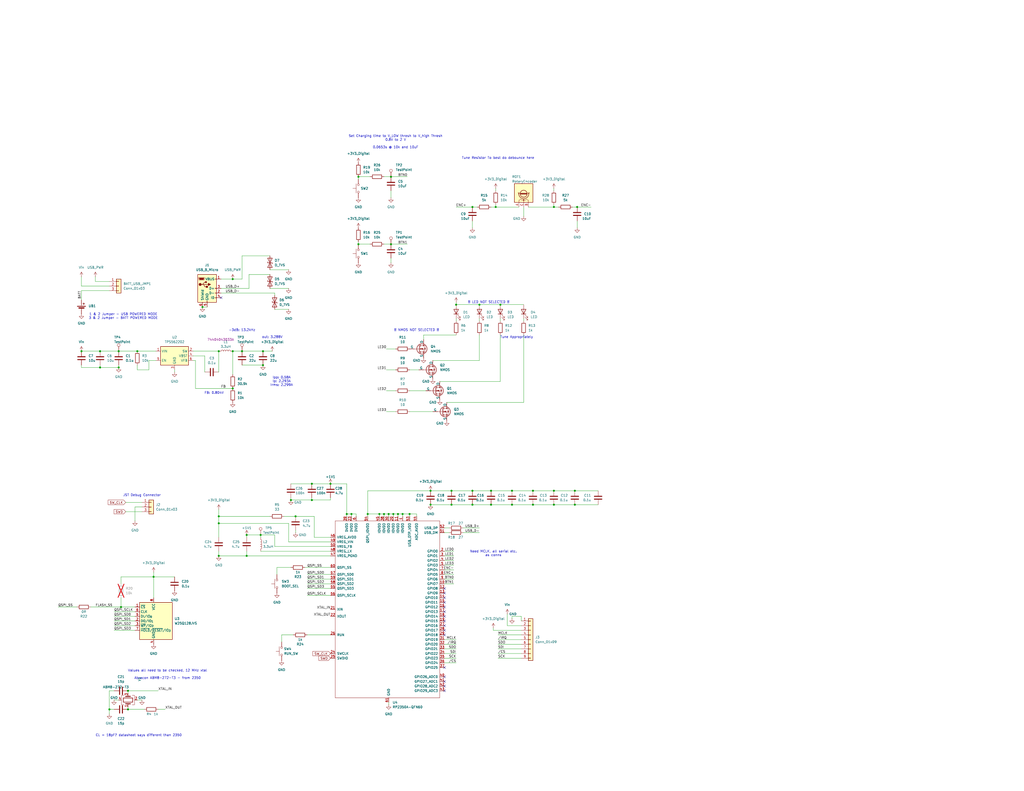
<source format=kicad_sch>
(kicad_sch (version 20250114) (generator "eeschema") (generator_version "9.0")
  (paper "C")
  (text "!! NMOS NOT SELECTED !!" (at 227.33 180.34 0) (effects (font (size 1.27 1.27))))
  (text "-3dB: 13.2kHz" (at 132.08 180.34 0) (effects (font (size 1.27 1.27))))
  (text "Tune Appropriately\n" (at 281.94 184.15 0) (effects (font (size 1.27 1.27))))
  (text "out: 3.288V" (at 148.59 184.15 0) (effects (font (size 1.27 1.27))))
  (text "Set Charging time to V_LOW thresh to V_high Thresh\n0.8V to 2 V\n\n0.0653s @ 10k and 10uF" (at 215.9 77.47 0) (effects (font (size 1.27 1.27))))
  (text "CL = 18pF? datasheet says different than 2350\n" (at 75.692 401.574 0) (effects (font (size 1.27 1.27))))
  (text "Values all need to be checked, 12 MHz xtal\n\nAbracon ABM8-272-T3 - from 2350" (at 91.44 368.3 0) (effects (font (size 1.27 1.27))))
  (text "FB: 0.804V" (at 116.84 214.63 0) (effects (font (size 1.27 1.27))))
  (text "Ipp: 0.58A\nIp: 2.293A\nIrms: 2.299A" (at 153.67 208.28 0) (effects (font (size 1.27 1.27))))
  (text "1 & 2 Jumper - USB POWERED MODE\n3 & 2 Jumper - BATT POWERED MODE" (at 67.31 172.72 0) (effects (font (size 1.27 1.27))))
  (text "Tune Resistor To best do debounce here\n" (at 271.78 86.36 0) (effects (font (size 1.27 1.27))))
  (text "JST Debug Connector" (at 77.47 270.51 0) (effects (font (size 1.27 1.27))))
  (text "Need MCLK, all serial etc.\nas conns" (at 269.24 302.26 0) (effects (font (size 1.27 1.27))))
  (text "!! LED NOT SELECTED !!" (at 266.7 165.1 0) (effects (font (size 1.27 1.27))))
  (junction (at 302.26 113.03))
  (junction (at 127 191.77))
  (junction (at 270.51 113.03))
  (junction (at 110.49 167.64))
  (junction (at 195.58 133.35))
  (junction (at 246.38 275.59))
  (junction (at 44.45 191.77))
  (junction (at 217.17 280.67))
  (junction (at 302.26 267.97))
  (junction (at 313.69 275.59))
  (junction (at 64.77 200.66))
  (junction (at 66.04 331.47))
  (junction (at 191.77 280.67))
  (junction (at 127 152.4))
  (junction (at 279.4 275.59))
  (junction (at 134.62 303.53))
  (junction (at 219.71 280.67))
  (junction (at 195.58 96.52))
  (junction (at 257.81 275.59))
  (junction (at 257.81 267.97))
  (junction (at 212.09 280.67))
  (junction (at 200.66 280.67))
  (junction (at 189.23 280.67))
  (junction (at 313.69 267.97))
  (junction (at 74.93 191.77))
  (junction (at 54.61 191.77))
  (junction (at 213.36 96.52))
  (junction (at 267.97 267.97))
  (junction (at 213.36 133.35))
  (junction (at 279.4 267.97))
  (junction (at 119.38 191.77))
  (junction (at 143.51 191.77))
  (junction (at 234.95 267.97))
  (junction (at 290.83 275.59))
  (junction (at 207.01 280.67))
  (junction (at 119.38 281.94))
  (junction (at 132.08 191.77))
  (junction (at 170.18 273.05))
  (junction (at 142.24 292.1))
  (junction (at 158.75 273.05))
  (junction (at 246.38 267.97))
  (junction (at 257.81 113.03))
  (junction (at 64.77 191.77))
  (junction (at 314.96 113.03))
  (junction (at 170.18 264.16))
  (junction (at 54.61 200.66))
  (junction (at 127 212.09))
  (junction (at 83.82 314.96))
  (junction (at 267.97 275.59))
  (junction (at 248.92 166.37))
  (junction (at 273.05 166.37))
  (junction (at 209.55 280.67))
  (junction (at 290.83 267.97))
  (junction (at 261.62 166.37))
  (junction (at 302.26 275.59))
  (junction (at 180.34 264.16))
  (junction (at 134.62 292.1))
  (junction (at 69.85 377.19))
  (junction (at 223.52 280.67))
  (junction (at 59.69 387.35))
  (junction (at 119.38 285.75))
  (junction (at 234.95 275.59))
  (junction (at 143.51 199.39))
  (junction (at 119.38 303.53))
  (junction (at 161.29 281.94))
  (junction (at 214.63 280.67))
  (junction (at 69.85 387.35))
  (no_connect (at 242.57 321.31))
  (no_connect (at 242.57 346.71))
  (no_connect (at 242.57 341.63))
  (no_connect (at 242.57 331.47))
  (no_connect (at 242.57 372.11))
  (no_connect (at 242.57 377.19))
  (no_connect (at 242.57 344.17))
  (no_connect (at 242.57 374.65))
  (no_connect (at 242.57 336.55))
  (no_connect (at 242.57 326.39))
  (no_connect (at 242.57 339.09))
  (no_connect (at 242.57 369.57))
  (no_connect (at 120.65 162.56))
  (no_connect (at 242.57 364.49))
  (no_connect (at 242.57 323.85))
  (no_connect (at 242.57 328.93))
  (no_connect (at 242.57 334.01))
  (wire (pts (xy 158.75 271.78) (xy 158.75 273.05)))
  (wire (pts (xy 261.62 175.26) (xy 261.62 173.99)))
  (wire (pts (xy 154.94 281.94) (xy 161.29 281.94)))
  (wire (pts (xy 111.76 203.2) (xy 111.76 194.31)))
  (wire (pts (xy 59.69 387.35) (xy 59.69 389.89)))
  (wire (pts (xy 81.28 201.93) (xy 81.28 196.85)))
  (wire (pts (xy 313.69 275.59) (xy 302.26 275.59)))
  (wire (pts (xy 257.81 267.97) (xy 246.38 267.97)))
  (wire (pts (xy 194.31 280.67) (xy 194.31 281.94)))
  (wire (pts (xy 261.62 288.29) (xy 252.73 288.29)))
  (wire (pts (xy 279.4 336.55) (xy 279.4 337.82)))
  (wire (pts (xy 213.36 104.14) (xy 213.36 107.95)))
  (wire (pts (xy 271.78 359.41) (xy 284.48 359.41)))
  (wire (pts (xy 74.93 201.93) (xy 74.93 199.39)))
  (wire (pts (xy 62.23 334.01) (xy 73.66 334.01)))
  (wire (pts (xy 271.78 346.71) (xy 284.48 346.71)))
  (wire (pts (xy 167.64 316.23) (xy 180.34 316.23)))
  (wire (pts (xy 66.04 318.77) (xy 66.04 314.96)))
  (wire (pts (xy 170.18 271.78) (xy 170.18 273.05)))
  (wire (pts (xy 110.49 167.64) (xy 113.03 167.64)))
  (wire (pts (xy 276.86 335.28) (xy 276.86 341.63)))
  (wire (pts (xy 158.75 264.16) (xy 170.18 264.16)))
  (wire (pts (xy 290.83 275.59) (xy 279.4 275.59)))
  (wire (pts (xy 270.51 113.03) (xy 270.51 111.76)))
  (wire (pts (xy 157.48 285.75) (xy 157.48 295.91)))
  (wire (pts (xy 59.69 387.35) (xy 62.23 387.35)))
  (wire (pts (xy 132.08 199.39) (xy 143.51 199.39)))
  (wire (pts (xy 52.07 153.67) (xy 59.69 153.67)))
  (wire (pts (xy 142.24 292.1) (xy 142.24 293.37)))
  (wire (pts (xy 273.05 208.28) (xy 273.05 182.88)))
  (wire (pts (xy 223.52 213.36) (xy 232.41 213.36)))
  (wire (pts (xy 276.86 341.63) (xy 284.48 341.63)))
  (wire (pts (xy 302.26 102.87) (xy 302.26 104.14)))
  (wire (pts (xy 279.4 267.97) (xy 267.97 267.97)))
  (wire (pts (xy 246.38 267.97) (xy 234.95 267.97)))
  (wire (pts (xy 151.13 313.69) (xy 151.13 309.88)))
  (wire (pts (xy 86.36 377.19) (xy 69.85 377.19)))
  (wire (pts (xy 83.82 312.42) (xy 83.82 314.96)))
  (wire (pts (xy 127 152.4) (xy 132.08 152.4)))
  (wire (pts (xy 191.77 280.67) (xy 191.77 281.94)))
  (wire (pts (xy 219.71 280.67) (xy 223.52 280.67)))
  (wire (pts (xy 261.62 166.37) (xy 273.05 166.37)))
  (wire (pts (xy 119.38 303.53) (xy 134.62 303.53)))
  (wire (pts (xy 209.55 280.67) (xy 209.55 281.94)))
  (wire (pts (xy 134.62 292.1) (xy 134.62 293.37)))
  (wire (pts (xy 157.48 157.48) (xy 147.32 157.48)))
  (wire (pts (xy 119.38 281.94) (xy 119.38 285.75)))
  (wire (pts (xy 167.64 318.77) (xy 180.34 318.77)))
  (wire (pts (xy 166.37 309.88) (xy 180.34 309.88)))
  (wire (pts (xy 127 204.47) (xy 127 191.77)))
  (wire (pts (xy 132.08 191.77) (xy 143.51 191.77)))
  (wire (pts (xy 248.92 166.37) (xy 261.62 166.37)))
  (wire (pts (xy 200.66 267.97) (xy 200.66 280.67)))
  (wire (pts (xy 167.64 346.71) (xy 180.34 346.71)))
  (wire (pts (xy 68.58 274.32) (xy 77.47 274.32)))
  (wire (pts (xy 302.26 113.03) (xy 302.26 111.76)))
  (wire (pts (xy 314.96 113.03) (xy 322.58 113.03)))
  (wire (pts (xy 44.45 200.66) (xy 44.45 199.39)))
  (wire (pts (xy 132.08 139.7) (xy 147.32 139.7)))
  (wire (pts (xy 54.61 200.66) (xy 64.77 200.66)))
  (wire (pts (xy 62.23 344.17) (xy 73.66 344.17)))
  (wire (pts (xy 201.93 96.52) (xy 195.58 96.52)))
  (wire (pts (xy 44.45 191.77) (xy 54.61 191.77)))
  (wire (pts (xy 191.77 280.67) (xy 194.31 280.67)))
  (wire (pts (xy 273.05 166.37) (xy 285.75 166.37)))
  (wire (pts (xy 245.11 288.29) (xy 242.57 288.29)))
  (wire (pts (xy 49.53 331.47) (xy 66.04 331.47)))
  (wire (pts (xy 83.82 314.96) (xy 95.25 314.96)))
  (wire (pts (xy 81.28 196.85) (xy 85.09 196.85)))
  (wire (pts (xy 285.75 113.03) (xy 285.75 118.11)))
  (wire (pts (xy 302.26 113.03) (xy 288.29 113.03)))
  (wire (pts (xy 214.63 280.67) (xy 217.17 280.67)))
  (wire (pts (xy 151.13 309.88) (xy 158.75 309.88)))
  (wire (pts (xy 261.62 182.88) (xy 261.62 196.85)))
  (wire (pts (xy 134.62 292.1) (xy 142.24 292.1)))
  (wire (pts (xy 167.64 321.31) (xy 180.34 321.31)))
  (wire (pts (xy 240.03 208.28) (xy 273.05 208.28)))
  (wire (pts (xy 44.45 151.13) (xy 44.45 156.21)))
  (wire (pts (xy 273.05 175.26) (xy 273.05 173.99)))
  (wire (pts (xy 227.33 280.67) (xy 227.33 281.94)))
  (wire (pts (xy 153.67 346.71) (xy 160.02 346.71)))
  (wire (pts (xy 83.82 314.96) (xy 83.82 326.39)))
  (wire (pts (xy 119.38 281.94) (xy 119.38 278.13)))
  (wire (pts (xy 78.74 387.35) (xy 69.85 387.35)))
  (wire (pts (xy 242.57 318.77) (xy 247.65 318.77)))
  (wire (pts (xy 212.09 280.67) (xy 214.63 280.67)))
  (wire (pts (xy 248.92 182.88) (xy 231.14 182.88)))
  (wire (pts (xy 142.24 292.1) (xy 149.86 292.1)))
  (wire (pts (xy 219.71 280.67) (xy 219.71 281.94)))
  (wire (pts (xy 135.89 149.86) (xy 147.32 149.86)))
  (wire (pts (xy 209.55 133.35) (xy 213.36 133.35)))
  (wire (pts (xy 210.82 201.93) (xy 215.9 201.93)))
  (wire (pts (xy 69.85 387.35) (xy 69.85 386.08)))
  (wire (pts (xy 62.23 382.27) (xy 64.77 382.27)))
  (wire (pts (xy 143.51 191.77) (xy 148.59 191.77)))
  (wire (pts (xy 313.69 267.97) (xy 302.26 267.97)))
  (wire (pts (xy 212.09 280.67) (xy 212.09 281.94)))
  (wire (pts (xy 290.83 267.97) (xy 279.4 267.97)))
  (wire (pts (xy 44.45 156.21) (xy 59.69 156.21)))
  (wire (pts (xy 214.63 280.67) (xy 214.63 281.94)))
  (wire (pts (xy 267.97 275.59) (xy 257.81 275.59)))
  (wire (pts (xy 31.75 331.47) (xy 41.91 331.47)))
  (wire (pts (xy 127 191.77) (xy 132.08 191.77)))
  (wire (pts (xy 170.18 273.05) (xy 180.34 273.05)))
  (wire (pts (xy 245.11 290.83) (xy 242.57 290.83)))
  (wire (pts (xy 269.24 344.17) (xy 269.24 342.9)))
  (wire (pts (xy 180.34 293.37) (xy 171.45 293.37)))
  (wire (pts (xy 314.96 120.65) (xy 314.96 124.46)))
  (wire (pts (xy 68.58 279.4) (xy 77.47 279.4)))
  (wire (pts (xy 246.38 275.59) (xy 234.95 275.59)))
  (wire (pts (xy 248.92 165.1) (xy 248.92 166.37)))
  (wire (pts (xy 180.34 273.05) (xy 180.34 271.78)))
  (wire (pts (xy 153.67 350.52) (xy 153.67 346.71)))
  (wire (pts (xy 217.17 280.67) (xy 219.71 280.67)))
  (wire (pts (xy 66.04 326.39) (xy 66.04 331.47)))
  (wire (pts (xy 257.81 275.59) (xy 246.38 275.59)))
  (wire (pts (xy 66.04 331.47) (xy 73.66 331.47)))
  (wire (pts (xy 243.84 219.71) (xy 285.75 219.71)))
  (wire (pts (xy 284.48 336.55) (xy 284.48 339.09)))
  (wire (pts (xy 257.81 120.65) (xy 257.81 124.46)))
  (wire (pts (xy 120.65 157.48) (xy 135.89 157.48)))
  (wire (pts (xy 285.75 219.71) (xy 285.75 182.88)))
  (wire (pts (xy 149.86 298.45) (xy 149.86 292.1)))
  (wire (pts (xy 171.45 281.94) (xy 161.29 281.94)))
  (wire (pts (xy 209.55 280.67) (xy 212.09 280.67)))
  (wire (pts (xy 106.68 196.85) (xy 105.41 196.85)))
  (wire (pts (xy 195.58 96.52) (xy 195.58 97.79)))
  (wire (pts (xy 64.77 200.66) (xy 64.77 199.39)))
  (wire (pts (xy 223.52 280.67) (xy 227.33 280.67)))
  (wire (pts (xy 95.25 203.2) (xy 95.25 201.93)))
  (wire (pts (xy 167.64 325.12) (xy 180.34 325.12)))
  (wire (pts (xy 284.48 344.17) (xy 269.24 344.17)))
  (wire (pts (xy 149.86 160.02) (xy 149.86 161.29)))
  (wire (pts (xy 234.95 267.97) (xy 200.66 267.97)))
  (wire (pts (xy 119.38 285.75) (xy 157.48 285.75)))
  (wire (pts (xy 134.62 303.53) (xy 180.34 303.53)))
  (wire (pts (xy 261.62 290.83) (xy 252.73 290.83)))
  (wire (pts (xy 74.93 201.93) (xy 81.28 201.93)))
  (wire (pts (xy 213.36 96.52) (xy 222.25 96.52)))
  (wire (pts (xy 247.65 316.23) (xy 242.57 316.23)))
  (wire (pts (xy 248.92 175.26) (xy 248.92 173.99)))
  (wire (pts (xy 270.51 113.03) (xy 283.21 113.03)))
  (wire (pts (xy 257.81 113.03) (xy 260.35 113.03)))
  (wire (pts (xy 119.38 285.75) (xy 119.38 293.37)))
  (wire (pts (xy 69.85 377.19) (xy 69.85 378.46)))
  (wire (pts (xy 201.93 133.35) (xy 195.58 133.35)))
  (wire (pts (xy 44.45 163.83) (xy 44.45 158.75)))
  (wire (pts (xy 52.07 151.13) (xy 52.07 153.67)))
  (wire (pts (xy 207.01 280.67) (xy 207.01 281.94)))
  (wire (pts (xy 189.23 280.67) (xy 189.23 281.94)))
  (wire (pts (xy 242.57 361.95) (xy 248.92 361.95)))
  (wire (pts (xy 62.23 336.55) (xy 73.66 336.55)))
  (wire (pts (xy 106.68 212.09) (xy 106.68 196.85)))
  (wire (pts (xy 284.48 356.87) (xy 271.78 356.87)))
  (wire (pts (xy 271.78 354.33) (xy 284.48 354.33)))
  (wire (pts (xy 242.57 354.33) (xy 248.92 354.33)))
  (wire (pts (xy 326.39 267.97) (xy 313.69 267.97)))
  (wire (pts (xy 210.82 213.36) (xy 215.9 213.36)))
  (wire (pts (xy 62.23 339.09) (xy 73.66 339.09)))
  (wire (pts (xy 62.23 341.63) (xy 73.66 341.63)))
  (wire (pts (xy 120.65 160.02) (xy 149.86 160.02)))
  (wire (pts (xy 247.65 306.07) (xy 242.57 306.07)))
  (wire (pts (xy 247.65 308.61) (xy 242.57 308.61)))
  (wire (pts (xy 158.75 273.05) (xy 170.18 273.05)))
  (wire (pts (xy 167.64 313.69) (xy 180.34 313.69)))
  (wire (pts (xy 326.39 275.59) (xy 313.69 275.59)))
  (wire (pts (xy 314.96 113.03) (xy 312.42 113.03)))
  (wire (pts (xy 180.34 298.45) (xy 149.86 298.45)))
  (wire (pts (xy 302.26 275.59) (xy 290.83 275.59)))
  (wire (pts (xy 64.77 191.77) (xy 74.93 191.77)))
  (wire (pts (xy 161.29 289.56) (xy 161.29 290.83)))
  (wire (pts (xy 111.76 194.31) (xy 105.41 194.31)))
  (wire (pts (xy 73.66 276.86) (xy 73.66 284.48)))
  (wire (pts (xy 119.38 281.94) (xy 147.32 281.94)))
  (wire (pts (xy 209.55 96.52) (xy 213.36 96.52)))
  (wire (pts (xy 59.69 377.19) (xy 62.23 377.19)))
  (wire (pts (xy 135.89 157.48) (xy 135.89 149.86)))
  (wire (pts (xy 119.38 303.53) (xy 119.38 300.99)))
  (wire (pts (xy 120.65 152.4) (xy 127 152.4)))
  (wire (pts (xy 77.47 382.27) (xy 74.93 382.27)))
  (wire (pts (xy 217.17 280.67) (xy 217.17 281.94)))
  (wire (pts (xy 157.48 295.91) (xy 180.34 295.91)))
  (wire (pts (xy 54.61 200.66) (xy 54.61 199.39)))
  (wire (pts (xy 261.62 196.85) (xy 236.22 196.85)))
  (wire (pts (xy 85.09 191.77) (xy 74.93 191.77)))
  (wire (pts (xy 242.57 351.79) (xy 248.92 351.79)))
  (wire (pts (xy 223.52 224.79) (xy 236.22 224.79)))
  (wire (pts (xy 271.78 349.25) (xy 284.48 349.25)))
  (wire (pts (xy 223.52 201.93) (xy 228.6 201.93)))
  (wire (pts (xy 247.65 300.99) (xy 242.57 300.99)))
  (wire (pts (xy 200.66 280.67) (xy 200.66 281.94)))
  (wire (pts (xy 267.97 113.03) (xy 270.51 113.03)))
  (wire (pts (xy 119.38 191.77) (xy 105.41 191.77)))
  (wire (pts (xy 134.62 300.99) (xy 134.62 303.53)))
  (wire (pts (xy 157.48 147.32) (xy 147.32 147.32)))
  (wire (pts (xy 242.57 359.41) (xy 248.92 359.41)))
  (wire (pts (xy 44.45 200.66) (xy 54.61 200.66)))
  (wire (pts (xy 210.82 190.5) (xy 215.9 190.5)))
  (wire (pts (xy 157.48 168.91) (xy 149.86 168.91)))
  (wire (pts (xy 213.36 133.35) (xy 222.25 133.35)))
  (wire (pts (xy 207.01 280.67) (xy 209.55 280.67)))
  (wire (pts (xy 195.58 132.08) (xy 195.58 133.35)))
  (wire (pts (xy 132.08 152.4) (xy 132.08 139.7)))
  (wire (pts (xy 248.92 113.03) (xy 257.81 113.03)))
  (wire (pts (xy 247.65 311.15) (xy 242.57 311.15)))
  (wire (pts (xy 231.14 182.88) (xy 231.14 185.42)))
  (wire (pts (xy 304.8 113.03) (xy 302.26 113.03)))
  (wire (pts (xy 90.17 387.35) (xy 86.36 387.35)))
  (wire (pts (xy 200.66 280.67) (xy 207.01 280.67)))
  (wire (pts (xy 59.69 377.19) (xy 59.69 387.35)))
  (wire (pts (xy 247.65 303.53) (xy 242.57 303.53)))
  (wire (pts (xy 66.04 314.96) (xy 83.82 314.96)))
  (wire (pts (xy 54.61 191.77) (xy 64.77 191.77)))
  (wire (pts (xy 242.57 349.25) (xy 248.92 349.25)))
  (wire (pts (xy 212.09 384.81) (xy 212.09 383.54)))
  (wire (pts (xy 170.18 264.16) (xy 180.34 264.16)))
  (wire (pts (xy 171.45 293.37) (xy 171.45 281.94)))
  (wire (pts (xy 223.52 280.67) (xy 223.52 281.94)))
  (wire (pts (xy 77.47 276.86) (xy 73.66 276.86)))
  (wire (pts (xy 119.38 203.2) (xy 119.38 191.77)))
  (wire (pts (xy 213.36 140.97) (xy 213.36 143.51)))
  (wire (pts (xy 242.57 356.87) (xy 248.92 356.87)))
  (wire (pts (xy 270.51 102.87) (xy 270.51 104.14)))
  (wire (pts (xy 180.34 264.16) (xy 189.23 264.16)))
  (wire (pts (xy 279.4 336.55) (xy 284.48 336.55)))
  (wire (pts (xy 247.65 313.69) (xy 242.57 313.69)))
  (wire (pts (xy 142.24 300.99) (xy 180.34 300.99)))
  (wire (pts (xy 189.23 280.67) (xy 191.77 280.67)))
  (wire (pts (xy 285.75 175.26) (xy 285.75 173.99)))
  (wire (pts (xy 44.45 158.75) (xy 59.69 158.75)))
  (wire (pts (xy 210.82 224.79) (xy 215.9 224.79)))
  (wire (pts (xy 106.68 212.09) (xy 127 212.09)))
  (wire (pts (xy 267.97 267.97) (xy 257.81 267.97)))
  (wire (pts (xy 271.78 351.79) (xy 284.48 351.79)))
  (wire (pts (xy 302.26 267.97) (xy 290.83 267.97)))
  (wire (pts (xy 279.4 275.59) (xy 267.97 275.59)))
  (wire (pts (xy 189.23 264.16) (xy 189.23 280.67)))
  (label "QSPI_SD3" (at 167.64 321.31 0))
  (label "ENC-" (at 247.65 311.15 180))
  (label "USB_D-" (at 130.81 160.02 180))
  (label "{slash}IRQ" (at 248.92 351.79 180))
  (label "BTN1" (at 247.65 318.77 180))
  (label "{slash}CS" (at 248.92 361.95 180))
  (label "FB" (at 120.65 212.09 0))
  (label "LED0" (at 210.82 190.5 180))
  (label "XTAL_IN" (at 180.34 332.74 180))
  (label "QSPI_SCLK" (at 62.23 334.01 0))
  (label "ENC+" (at 247.65 313.69 180))
  (label "SDI" (at 271.78 354.33 0))
  (label "LED2" (at 210.82 213.36 180))
  (label "BTN1" (at 222.25 133.35 180))
  (label "ENC-" (at 322.58 113.03 180))
  (label "{slash}IRQ" (at 271.78 349.25 0))
  (label "QSPI_SD1" (at 62.23 339.09 0))
  (label "XTAL_IN" (at 86.36 377.19 0))
  (label "QSPI_SS" (at 167.64 309.88 0))
  (label "LED2" (at 247.65 306.07 180))
  (label "FLASH_SS" (at 52.07 331.47 0))
  (label "QSPI_SD3" (at 62.23 344.17 0))
  (label "MCLK" (at 271.78 346.71 0))
  (label "MCLK" (at 248.92 349.25 180))
  (label "XTAL_OUT" (at 90.17 387.35 0))
  (label "SCK" (at 271.78 359.41 0))
  (label "QSPI_SD0" (at 62.23 336.55 0))
  (label "LED0" (at 247.65 300.99 180))
  (label "SDO" (at 248.92 354.33 180))
  (label "QSPI_SD2" (at 167.64 318.77 0))
  (label "BATT" (at 44.45 158.75 270))
  (label "SCK" (at 248.92 359.41 180))
  (label "{slash}CS" (at 271.78 356.87 0))
  (label "LED1" (at 210.82 201.93 180))
  (label "SDO" (at 271.78 351.79 0))
  (label "QSPI_SD0" (at 167.64 313.69 0))
  (label "QSPI_SD1" (at 167.64 316.23 0))
  (label "SDI" (at 248.92 356.87 180))
  (label "USB_D+" (at 261.62 288.29 180))
  (label "BTN0" (at 222.25 96.52 180))
  (label "XTAL_OUT" (at 180.34 336.55 180))
  (label "LED3" (at 247.65 308.61 180))
  (label "QSPI_SCLK" (at 167.64 325.12 0))
  (label "ENC+" (at 248.92 113.03 0))
  (label "LED1" (at 247.65 303.53 180))
  (label "BTN0" (at 247.65 316.23 180))
  (label "USB_D+" (at 130.81 157.48 180))
  (label "LED3" (at 210.82 224.79 180))
  (label "QSPI_SD2" (at 62.23 341.63 0))
  (label "USB_D-" (at 261.62 290.83 180))
  (label "QSPI_SS" (at 31.75 331.47 0))
  (global_label "SWD" (shape input) (at 68.58 279.4 180) (property "Intersheetrefs" "${INTERSHEET_REFS}" (effects (hide yes))))
  (global_label "SW_CLK" (shape input) (at 68.58 274.32 180) (property "Intersheetrefs" "${INTERSHEET_REFS}" (effects (hide yes))))
  (global_label "SWD" (shape input) (at 180.34 359.41 180) (property "Intersheetrefs" "${INTERSHEET_REFS}" (effects (hide yes))))
  (global_label "SW_CLK" (shape input) (at 180.34 356.87 180) (property "Intersheetrefs" "${INTERSHEET_REFS}" (effects (hide yes))))
  (symbol (lib_id "Device:C") (at 279.4 271.78 0) (mirror y) (unit 1)
    (property "Reference" "C15" (at 275.59 270.5099 0) (effects (justify left)))
    (property "Value" "0.1u" (at 275.59 273.0499 0) (effects (justify left)))
    (property "Footprint" "Capacitor_SMD:C_0402_1005Metric" (effects (hide yes)))
    (property "Description" "Unpolarized capacitor" (effects (hide yes)))
  )
  (symbol (lib_id "Device:R") (at 66.04 322.58 180) (unit 1) (dnp yes)
    (property "Reference" "R20" (at 68.58 321.3099 0) (effects (justify right)))
    (property "Value" "10k" (at 68.58 323.8499 0) (effects (justify right)))
    (property "Footprint" "Resistor_SMD:R_0402_1005Metric" (effects (hide yes)))
    (property "Description" "Resistor" (effects (hide yes)))
  )
  (symbol (lib_id "Device:RotaryEncoder") (at 285.75 105.41 90) (unit 1)
    (property "Reference" "ROT1" (at 279.4 96.52 90) (effects (justify right)))
    (property "Value" "RotaryEncoder" (at 279.4 99.06 90) (effects (justify right)))
    (property "Footprint" "Rotary_Encoder:RotaryEncoder_Bourns_Vertical_PEC12R-3x17F-Nxxxx" (effects (hide yes)))
    (property "Description" "PEC11R-4220F-S0012" (effects (hide yes)))
  )
  (symbol (lib_id "Device:C") (at 161.29 285.75 0) (unit 1)
    (property "Reference" "C23" (at 165.1 284.4799 0) (effects (justify left)))
    (property "Value" "4.7u" (at 165.1 287.0199 0) (effects (justify left)))
    (property "Footprint" "Capacitor_SMD:C_0402_1005Metric" (effects (hide yes)))
    (property "Description" "Unpolarized capacitor" (effects (hide yes)))
  )
  (symbol (lib_id "Connector:TestPoint") (at 64.77 191.77 0) (unit 1)
    (property "Reference" "TP4" (at 62.23 184.15 0) (effects (justify left)))
    (property "Value" "TestPoint" (at 62.23 186.69 0) (effects (justify left)))
    (property "Footprint" "TestPoint:TestPoint_Pad_D2.0mm" (effects (hide yes)))
    (property "Description" "test point" (effects (hide yes)))
  )
  (symbol (lib_id "power:GND") (at 95.25 203.2 0) (unit 1)
    (property "Reference" "#PWR06" (effects (hide yes)))
    (property "Value" "GND" (at 95.25 208.28 0))
    (property "Description" "Power symbol creates a global label with name \"GND\" , ground" (effects (hide yes)))
  )
  (symbol (lib_id "power:GND") (at 279.4 337.82 0) (unit 1)
    (property "Reference" "#PWR046" (effects (hide yes)))
    (property "Value" "GND" (at 279.908 335.28 0))
    (property "Description" "Power symbol creates a global label with name \"GND\" , ground" (effects (hide yes)))
  )
  (symbol (lib_id "Device:C") (at 234.95 271.78 0) (mirror y) (unit 1)
    (property "Reference" "C19" (at 231.14 270.5099 0) (effects (justify left)))
    (property "Value" "0.1u" (at 231.14 273.0499 0) (effects (justify left)))
    (property "Footprint" "Capacitor_SMD:C_0402_1005Metric" (effects (hide yes)))
    (property "Description" "Unpolarized capacitor" (effects (hide yes)))
  )
  (symbol (lib_id "power:GND") (at 314.96 124.46 0) (mirror y) (unit 1)
    (property "Reference" "#PWR09" (effects (hide yes)))
    (property "Value" "GND" (at 314.96 129.54 0))
    (property "Description" "Power symbol creates a global label with name \"GND\" , ground" (effects (hide yes)))
  )
  (symbol (lib_id "power:GND") (at 240.03 218.44 0) (unit 1)
    (property "Reference" "#PWR024" (effects (hide yes)))
    (property "Value" "GND" (at 236.22 219.71 0))
    (property "Description" "Power symbol creates a global label with name \"GND\" , ground" (effects (hide yes)))
  )
  (symbol (lib_id "power:GND") (at 157.48 147.32 0) (unit 1)
    (property "Reference" "#PWR049" (effects (hide yes)))
    (property "Value" "GND" (at 157.48 152.4 0))
    (property "Description" "Power symbol creates a global label with name \"GND\" , ground" (effects (hide yes)))
  )
  (symbol (lib_id "power:VCC") (at 119.38 278.13 0) (unit 1)
    (property "Reference" "#PWR020" (effects (hide yes)))
    (property "Value" "+3V3_Digital" (at 119.38 273.05 0))
    (property "Description" "Power symbol creates a global label with name \"VCC\"" (effects (hide yes)))
  )
  (symbol (lib_id "Device:C") (at 314.96 116.84 0) (mirror x) (unit 1)
    (property "Reference" "C10" (at 322.58 116.84 0) (effects (justify right)))
    (property "Value" "10uF" (at 322.58 119.38 0) (effects (justify right)))
    (property "Footprint" "Capacitor_SMD:C_0603_1608Metric" (effects (hide yes)))
    (property "Description" "Unpolarized capacitor" (effects (hide yes)))
  )
  (symbol (lib_id "Connector:USB_B_Micro") (at 113.03 157.48 0) (unit 1)
    (property "Reference" "J1" (at 113.03 144.78 0))
    (property "Value" "USB_B_Micro" (at 113.03 147.32 0))
    (property "Footprint" "Connector_USB:USB_Micro-AB_Molex_47590-0001" (effects (hide yes)))
    (property "Description" "USB Micro Type B connector" (effects (hide yes)))
  )
  (symbol (lib_id "power:GND") (at 143.51 199.39 0) (unit 1)
    (property "Reference" "#PWR05" (effects (hide yes)))
    (property "Value" "GND" (at 143.51 204.47 0))
    (property "Description" "Power symbol creates a global label with name \"GND\" , ground" (effects (hide yes)))
  )
  (symbol (lib_id "Device:R") (at 127 208.28 0) (unit 1)
    (property "Reference" "R2" (at 129.54 207.0099 0) (effects (justify left)))
    (property "Value" "30.9k" (at 129.54 209.5499 0) (effects (justify left)))
    (property "Footprint" "Resistor_SMD:R_0402_1005Metric" (effects (hide yes)))
    (property "Description" "Resistor" (effects (hide yes)))
  )
  (symbol (lib_id "Device:C") (at 290.83 271.78 0) (mirror y) (unit 1)
    (property "Reference" "C14" (at 287.02 270.5099 0) (effects (justify left)))
    (property "Value" "0.1u" (at 287.02 273.0499 0) (effects (justify left)))
    (property "Footprint" "Capacitor_SMD:C_0402_1005Metric" (effects (hide yes)))
    (property "Description" "Unpolarized capacitor" (effects (hide yes)))
  )
  (symbol (lib_id "power:VCC") (at 195.58 88.9 0) (unit 1)
    (property "Reference" "#PWR032" (effects (hide yes)))
    (property "Value" "+3V3_Digital" (at 195.58 83.82 0))
    (property "Description" "Power symbol creates a global label with name \"VCC\"" (effects (hide yes)))
  )
  (symbol (lib_id "Connector_Generic:Conn_01x09") (at 289.56 349.25 0) (unit 1)
    (property "Reference" "J3" (at 292.1 347.9799 0) (effects (justify left)))
    (property "Value" "Conn_01x09" (at 292.1 350.5199 0) (effects (justify left)))
    (property "Footprint" "Connector_PinSocket_2.54mm:PinSocket_1x09_P2.54mm_Vertical" (effects (hide yes)))
    (property "Description" "Generic connector, single row, 01x09, script generated (kicad-library-utils/schlib/autogen/connector/)" (effects (hide yes)))
  )
  (symbol (lib_id "Device:R") (at 273.05 179.07 0) (unit 1)
    (property "Reference" "R12" (at 275.59 177.7999 0) (effects (justify left)))
    (property "Value" "1k" (at 275.59 180.3399 0) (effects (justify left)))
    (property "Footprint" "Resistor_SMD:R_0402_1005Metric" (effects (hide yes)))
    (property "Description" "Resistor" (effects (hide yes)))
  )
  (symbol (lib_id "power:GND") (at 73.66 284.48 0) (unit 1)
    (property "Reference" "#PWR038" (effects (hide yes)))
    (property "Value" "GND" (at 73.66 289.56 0))
    (property "Description" "Power symbol creates a global label with name \"GND\" , ground" (effects (hide yes)))
  )
  (symbol (lib_id "power:GND") (at 243.84 229.87 0) (unit 1)
    (property "Reference" "#PWR025" (effects (hide yes)))
    (property "Value" "GND" (at 240.03 231.14 0))
    (property "Description" "Power symbol creates a global label with name \"GND\" , ground" (effects (hide yes)))
  )
  (symbol (lib_id "Device:D_TVS") (at 149.86 165.1 90) (unit 1)
    (property "Reference" "D6" (at 152.4 163.8299 90) (effects (justify right)))
    (property "Value" "D_TVS" (at 152.4 166.3699 90) (effects (justify right)))
    (property "Footprint" "Diode_SMD:D_SOD-323" (effects (hide yes)))
    (property "Description" "Bidirectional transient-voltage-suppression diode" (effects (hide yes)))
  )
  (symbol (lib_id "power:GND") (at 285.75 118.11 0) (unit 1)
    (property "Reference" "#PWR026" (effects (hide yes)))
    (property "Value" "GND" (at 281.94 119.38 0))
    (property "Description" "Power symbol creates a global label with name \"GND\" , ground" (effects (hide yes)))
  )
  (symbol (lib_id "RP2350_QFN60:RP2350A-QFN60") (at 212.09 328.93 0) (unit 1)
    (property "Reference" "U4" (at 214.2333 383.54 0) (effects (justify left)))
    (property "Value" "RP2350A-QFN60" (at 214.2333 386.08 0) (effects (justify left)))
    (property "Footprint" "Package_DFN_QFN:QFN-60-1EP_7x7mm_P0.4mm_EP3.4x3.4mm" (effects (hide yes)))
  )
  (symbol (lib_id "Switch:SW_Push") (at 195.58 102.87 90) (unit 1)
    (property "Reference" "SW2" (at 196.85 102.8699 90) (effects (justify right)))
    (property "Value" "SW_Push" (effects (hide yes)))
    (property "Footprint" "Button_Switch_THT:SW_PUSH_6mm_H5mm" (effects (hide yes)))
    (property "Description" "Push button switch, generic, two pins" (effects (hide yes)))
  )
  (symbol (lib_id "Simulation_SPICE:NMOS") (at 228.6 190.5 0) (unit 1)
    (property "Reference" "Q4" (at 234.95 189.2299 0) (effects (justify left)))
    (property "Value" "NMOS" (at 234.95 191.7699 0) (effects (justify left)))
    (property "Footprint" "Package_TO_SOT_SMD:SOT-23-3" (effects (hide yes)))
    (property "Datasheet" "https://ngspice.sourceforge.io/docs/ngspice-html-manual/manual.xhtml#cha_MOSFETs" (effects (hide yes)))
    (property "Description" "N-MOSFET transistor, drain/source/gate" (effects (hide yes)))
    (property "Sim.Device" "NMOS" (effects (hide yes)))
    (property "Sim.Type" "VDMOS" (effects (hide yes)))
    (property "Sim.Pins" "1=D 2=G 3=S" (effects (hide yes)))
  )
  (symbol (lib_id "Device:R") (at 45.72 331.47 270) (unit 1)
    (property "Reference" "R22" (at 45.72 336.55 90))
    (property "Value" "0R" (at 45.72 334.01 90))
    (property "Footprint" "Resistor_SMD:R_0402_1005Metric" (effects (hide yes)))
    (property "Description" "Resistor" (effects (hide yes)))
  )
  (symbol (lib_id "Device:C") (at 54.61 195.58 0) (unit 1)
    (property "Reference" "C6" (at 58.42 194.3099 0) (effects (justify left)))
    (property "Value" "10u" (at 58.42 196.8499 0) (effects (justify left)))
    (property "Footprint" "Capacitor_SMD:C_0402_1005Metric" (effects (hide yes)))
    (property "Description" "Unpolarized capacitor" (effects (hide yes)))
  )
  (symbol (lib_id "power:VCC") (at 248.92 165.1 0) (unit 1)
    (property "Reference" "#PWR028" (effects (hide yes)))
    (property "Value" "+3V3_Digital" (at 248.92 160.02 0))
    (property "Description" "Power symbol creates a global label with name \"VCC\"" (effects (hide yes)))
  )
  (symbol (lib_id "Device:R") (at 127 215.9 0) (unit 1)
    (property "Reference" "R1" (at 129.54 214.6299 0) (effects (justify left)))
    (property "Value" "10k" (at 129.54 217.1699 0) (effects (justify left)))
    (property "Footprint" "Resistor_SMD:R_0402_1005Metric" (effects (hide yes)))
    (property "Description" "Resistor" (effects (hide yes)))
  )
  (symbol (lib_id "power:GND") (at 95.25 322.58 0) (unit 1)
    (property "Reference" "#PWR018" (effects (hide yes)))
    (property "Value" "GND" (at 95.25 327.66 0))
    (property "Description" "Power symbol creates a global label with name \"GND\" , ground" (effects (hide yes)))
  )
  (symbol (lib_id "Device:L") (at 142.24 297.18 0) (unit 1)
    (property "Reference" "L2" (at 143.51 295.9099 0) (effects (justify left)))
    (property "Value" "3.3uH" (at 143.51 298.4499 0) (effects (justify left)))
    (property "Footprint" "74404043033A:WE-LQS_4025" (effects (hide yes)))
    (property "Description" "Inductor" (effects (hide yes)))
  )
  (symbol (lib_id "Device:R") (at 151.13 281.94 90) (unit 1)
    (property "Reference" "R5" (at 151.13 275.59 90))
    (property "Value" "33" (at 151.13 278.13 90))
    (property "Footprint" "Resistor_SMD:R_0402_1005Metric" (effects (hide yes)))
    (property "Description" "Resistor" (effects (hide yes)))
  )
  (symbol (lib_id "Device:C") (at 66.04 387.35 90) (unit 1)
    (property "Reference" "C22" (at 66.04 392.43 90))
    (property "Value" "15p" (at 66.04 394.97 90))
    (property "Footprint" "Capacitor_SMD:C_0402_1005Metric" (effects (hide yes)))
    (property "Description" "Unpolarized capacitor" (effects (hide yes)))
  )
  (symbol (lib_id "Connector:TestPoint") (at 213.36 96.52 0) (unit 1)
    (property "Reference" "TP2" (at 215.9 90.17 0) (effects (justify left)))
    (property "Value" "TestPoint" (at 215.9 92.71 0) (effects (justify left)))
    (property "Footprint" "TestPoint:TestPoint_Pad_D2.0mm" (effects (hide yes)))
    (property "Description" "test point" (effects (hide yes)))
  )
  (symbol (lib_id "Device:R") (at 195.58 128.27 180) (unit 1)
    (property "Reference" "R16" (at 198.12 126.9999 0) (effects (justify right)))
    (property "Value" "10k" (at 198.12 129.5399 0) (effects (justify right)))
    (property "Footprint" "Resistor_SMD:R_0402_1005Metric" (effects (hide yes)))
    (property "Description" "Resistor" (effects (hide yes)))
  )
  (symbol (lib_id "Device:C") (at 302.26 271.78 0) (mirror y) (unit 1)
    (property "Reference" "C13" (at 298.45 270.5099 0) (effects (justify left)))
    (property "Value" "0.1u" (at 298.45 273.0499 0) (effects (justify left)))
    (property "Footprint" "Capacitor_SMD:C_0402_1005Metric" (effects (hide yes)))
    (property "Description" "Unpolarized capacitor" (effects (hide yes)))
  )
  (symbol (lib_id "Device:C") (at 66.04 377.19 90) (unit 1)
    (property "Reference" "C21" (at 66.04 369.57 90))
    (property "Value" "15p" (at 66.04 372.11 90))
    (property "Footprint" "Capacitor_SMD:C_0402_1005Metric" (effects (hide yes)))
    (property "Description" "Unpolarized capacitor" (effects (hide yes)))
  )
  (symbol (lib_id "Device:D_TVS") (at 147.32 143.51 90) (unit 1)
    (property "Reference" "D7" (at 149.86 142.2399 90) (effects (justify right)))
    (property "Value" "D_TVS" (at 149.86 144.7799 90) (effects (justify right)))
    (property "Footprint" "Diode_SMD:D_SOD-323" (effects (hide yes)))
    (property "Description" "Bidirectional transient-voltage-suppression diode" (effects (hide yes)))
  )
  (symbol (lib_id "Device:LED") (at 273.05 170.18 90) (unit 1)
    (property "Reference" "D3" (at 276.86 170.4974 90) (effects (justify right)))
    (property "Value" "LED" (at 276.86 173.0374 90) (effects (justify right)))
    (property "Footprint" "Diode_SMD:D_0603_1608Metric" (effects (hide yes)))
    (property "Description" "Light emitting diode" (effects (hide yes)))
    (property "Sim.Pins" "1=K 2=A" (effects (hide yes)))
  )
  (symbol (lib_id "Device:R") (at 248.92 288.29 90) (unit 1)
    (property "Reference" "R17" (at 246.38 285.75 90))
    (property "Value" "27" (at 251.46 285.75 90))
    (property "Footprint" "Resistor_SMD:R_0402_1005Metric" (effects (hide yes)))
    (property "Description" "Resistor" (effects (hide yes)))
  )
  (symbol (lib_id "power:GND") (at 151.13 323.85 0) (unit 1)
    (property "Reference" "#PWR037" (effects (hide yes)))
    (property "Value" "GND" (at 151.13 328.93 0))
    (property "Description" "Power symbol creates a global label with name \"GND\" , ground" (effects (hide yes)))
  )
  (symbol (lib_id "power:VCC") (at 195.58 124.46 0) (unit 1)
    (property "Reference" "#PWR029" (effects (hide yes)))
    (property "Value" "+3V3_Digital" (at 195.58 119.38 0))
    (property "Description" "Power symbol creates a global label with name \"VCC\"" (effects (hide yes)))
  )
  (symbol (lib_id "power:GND") (at 157.48 157.48 0) (unit 1)
    (property "Reference" "#PWR050" (effects (hide yes)))
    (property "Value" "GND" (at 157.48 162.56 0))
    (property "Description" "Power symbol creates a global label with name \"GND\" , ground" (effects (hide yes)))
  )
  (symbol (lib_id "Device:C") (at 44.45 195.58 0) (unit 1)
    (property "Reference" "C7" (at 48.26 194.3099 0) (effects (justify left)))
    (property "Value" "10u" (at 48.26 196.8499 0) (effects (justify left)))
    (property "Footprint" "Capacitor_SMD:C_0402_1005Metric" (effects (hide yes)))
    (property "Description" "Unpolarized capacitor" (effects (hide yes)))
  )
  (symbol (lib_id "Device:R") (at 205.74 133.35 270) (unit 1)
    (property "Reference" "R25" (at 205.74 127 90))
    (property "Value" "10k" (at 205.74 129.54 90))
    (property "Footprint" "Resistor_SMD:R_0402_1005Metric" (effects (hide yes)))
    (property "Description" "Resistor" (effects (hide yes)))
  )
  (symbol (lib_id "Device:D_TVS") (at 147.32 153.67 90) (unit 1)
    (property "Reference" "D5" (at 149.86 152.3999 90) (effects (justify right)))
    (property "Value" "D_TVS" (at 149.86 154.9399 90) (effects (justify right)))
    (property "Footprint" "Diode_SMD:D_SOD-323" (effects (hide yes)))
    (property "Description" "Bidirectional transient-voltage-suppression diode" (effects (hide yes)))
  )
  (symbol (lib_id "Device:C") (at 95.25 318.77 0) (unit 1)
    (property "Reference" "C20" (at 99.06 317.4999 0) (effects (justify left)))
    (property "Value" "0.1u" (at 99.06 320.0399 0) (effects (justify left)))
    (property "Footprint" "Capacitor_SMD:C_0402_1005Metric" (effects (hide yes)))
    (property "Description" "Unpolarized capacitor" (effects (hide yes)))
  )
  (symbol (lib_id "Connector:TestPoint") (at 132.08 191.77 0) (unit 1)
    (property "Reference" "TP3" (at 129.54 184.15 0) (effects (justify left)))
    (property "Value" "TestPoint" (at 129.54 186.69 0) (effects (justify left)))
    (property "Footprint" "TestPoint:TestPoint_Pad_D2.0mm" (effects (hide yes)))
    (property "Description" "test point" (effects (hide yes)))
  )
  (symbol (lib_id "Device:C") (at 143.51 195.58 0) (unit 1)
    (property "Reference" "C8" (at 147.32 194.3099 0) (effects (justify left)))
    (property "Value" "22u" (at 147.32 196.8499 0) (effects (justify left)))
    (property "Footprint" "Capacitor_SMD:C_0603_1608Metric" (effects (hide yes)))
    (property "Description" "Unpolarized capacitor" (effects (hide yes)))
  )
  (symbol (lib_id "Device:R") (at 219.71 213.36 90) (unit 1)
    (property "Reference" "R7" (at 219.71 207.01 90))
    (property "Value" "10" (at 219.71 209.55 90))
    (property "Footprint" "Resistor_SMD:R_0402_1005Metric" (effects (hide yes)))
    (property "Description" "Resistor" (effects (hide yes)))
  )
  (symbol (lib_id "power:GND") (at 234.95 275.59 0) (mirror y) (unit 1)
    (property "Reference" "#PWR014" (effects (hide yes)))
    (property "Value" "GND" (at 234.95 280.67 0))
    (property "Description" "Power symbol creates a global label with name \"GND\" , ground" (effects (hide yes)))
  )
  (symbol (lib_id "power:GND") (at 64.77 200.66 0) (unit 1)
    (property "Reference" "#PWR02" (effects (hide yes)))
    (property "Value" "GND" (at 64.77 205.74 0))
    (property "Description" "Power symbol creates a global label with name \"GND\" , ground" (effects (hide yes)))
  )
  (symbol (lib_id "power:VCC") (at 127 152.4 0) (unit 1)
    (property "Reference" "#PWR012" (effects (hide yes)))
    (property "Value" "USB_PWR" (at 127 147.32 0))
    (property "Description" "Power symbol creates a global label with name \"VCC\"" (effects (hide yes)))
  )
  (symbol (lib_id "Device:C") (at 267.97 271.78 0) (mirror y) (unit 1)
    (property "Reference" "C16" (at 264.16 270.5099 0) (effects (justify left)))
    (property "Value" "0.1u" (at 264.16 273.0499 0) (effects (justify left)))
    (property "Footprint" "Capacitor_SMD:C_0402_1005Metric" (effects (hide yes)))
    (property "Description" "Unpolarized capacitor" (effects (hide yes)))
  )
  (symbol (lib_id "Device:R") (at 302.26 107.95 0) (mirror x) (unit 1)
    (property "Reference" "R28" (at 299.72 106.6799 0) (effects (justify right)))
    (property "Value" "10k" (at 299.72 109.2199 0) (effects (justify right)))
    (property "Footprint" "Resistor_SMD:R_0402_1005Metric" (effects (hide yes)))
    (property "Description" "Resistor" (effects (hide yes)))
  )
  (symbol (lib_id "Device:C") (at 326.39 271.78 0) (mirror y) (unit 1)
    (property "Reference" "C11" (at 322.58 270.5099 0) (effects (justify left)))
    (property "Value" "0.1u" (at 322.58 273.0499 0) (effects (justify left)))
    (property "Footprint" "Capacitor_SMD:C_0402_1005Metric" (effects (hide yes)))
    (property "Description" "Unpolarized capacitor" (effects (hide yes)))
  )
  (symbol (lib_id "power:GND") (at 62.23 382.27 0) (unit 1)
    (property "Reference" "#PWR045" (effects (hide yes)))
    (property "Value" "GND" (at 62.23 381 0))
    (property "Description" "Power symbol creates a global label with name \"GND\" , ground" (effects (hide yes)))
  )
  (symbol (lib_id "power:VCC") (at 270.51 102.87 0) (unit 1)
    (property "Reference" "#PWR027" (effects (hide yes)))
    (property "Value" "+3V3_Digital" (at 270.51 97.79 0))
    (property "Description" "Power symbol creates a global label with name \"VCC\"" (effects (hide yes)))
  )
  (symbol (lib_id "power:GND") (at 257.81 124.46 0) (unit 1)
    (property "Reference" "#PWR08" (effects (hide yes)))
    (property "Value" "GND" (at 257.81 129.54 0))
    (property "Description" "Power symbol creates a global label with name \"GND\" , ground" (effects (hide yes)))
  )
  (symbol (lib_id "Device:C") (at 134.62 297.18 0) (mirror y) (unit 1)
    (property "Reference" "C25" (at 130.81 295.9099 0) (effects (justify left)))
    (property "Value" "4.7u" (at 130.81 298.4499 0) (effects (justify left)))
    (property "Footprint" "Capacitor_SMD:C_0402_1005Metric" (effects (hide yes)))
    (property "Description" "Unpolarized capacitor" (effects (hide yes)))
  )
  (symbol (lib_id "power:GND") (at 59.69 389.89 0) (unit 1)
    (property "Reference" "#PWR019" (effects (hide yes)))
    (property "Value" "GND" (at 59.69 394.97 0))
    (property "Description" "Power symbol creates a global label with name \"GND\" , ground" (effects (hide yes)))
  )
  (symbol (lib_id "Device:R") (at 264.16 113.03 270) (unit 1)
    (property "Reference" "R15" (at 264.16 106.68 90))
    (property "Value" "5k" (at 264.16 109.22 90))
    (property "Footprint" "Resistor_SMD:R_0402_1005Metric" (effects (hide yes)))
    (property "Description" "Resistor" (effects (hide yes)))
  )
  (symbol (lib_id "power:VCC") (at 83.82 312.42 0) (unit 1)
    (property "Reference" "#PWR017" (effects (hide yes)))
    (property "Value" "+3V3_Digital" (at 83.82 307.34 0))
    (property "Description" "Power symbol creates a global label with name \"VCC\"" (effects (hide yes)))
  )
  (symbol (lib_id "Device:C") (at 213.36 100.33 180) (unit 1)
    (property "Reference" "C5" (at 217.17 99.0599 0) (effects (justify right)))
    (property "Value" "10uF" (at 217.17 101.5999 0) (effects (justify right)))
    (property "Footprint" "Capacitor_SMD:C_0603_1608Metric" (effects (hide yes)))
    (property "Description" "Unpolarized capacitor" (effects (hide yes)))
  )
  (symbol (lib_id "Device:R") (at 205.74 96.52 270) (unit 1)
    (property "Reference" "R26" (at 205.74 90.17 90))
    (property "Value" "10k" (at 205.74 92.71 90))
    (property "Footprint" "Resistor_SMD:R_0402_1005Metric" (effects (hide yes)))
    (property "Description" "Resistor" (effects (hide yes)))
  )
  (symbol (lib_id "Regulator_Switching:TPS562202") (at 95.25 194.31 0) (unit 1)
    (property "Reference" "U2" (at 95.25 184.15 0))
    (property "Value" "TPS562202" (at 95.25 186.69 0))
    (property "Footprint" "Package_TO_SOT_SMD:SOT-563" (effects (hide yes)))
    (property "Datasheet" "https://www.ti.com/lit/gpn/tps562202" (effects (hide yes)))
    (property "Description" "2A Synchronous Step-Down Voltage Regulator 580kHz, adjustable output voltage, 4.5-17V Input Voltage, 0.804V-7V Output Voltage, SOT-563" (effects (hide yes)))
  )
  (symbol (lib_id "Connector_Generic:Conn_01x03") (at 82.55 276.86 0) (unit 1)
    (property "Reference" "J2" (at 85.09 275.5899 0) (effects (justify left)))
    (property "Value" "Conn_01x03" (at 85.09 278.1299 0) (effects (justify left)))
    (property "Footprint" "Connector_PinSocket_2.54mm:PinSocket_1x03_P2.54mm_Vertical" (effects (hide yes)))
    (property "Description" "Generic connector, single row, 01x03, script generated (kicad-library-utils/schlib/autogen/connector/)" (effects (hide yes)))
  )
  (symbol (lib_id "power:VCC") (at 44.45 191.77 0) (unit 1)
    (property "Reference" "#PWR010" (effects (hide yes)))
    (property "Value" "Vin" (at 44.45 186.69 0))
    (property "Description" "Power symbol creates a global label with name \"VCC\"" (effects (hide yes)))
  )
  (symbol (lib_id "Device:R") (at 270.51 107.95 180) (unit 1)
    (property "Reference" "R14" (at 273.05 106.6799 0) (effects (justify right)))
    (property "Value" "10k" (at 273.05 109.2199 0) (effects (justify right)))
    (property "Footprint" "Resistor_SMD:R_0402_1005Metric" (effects (hide yes)))
    (property "Description" "Resistor" (effects (hide yes)))
  )
  (symbol (lib_id "Device:R") (at 163.83 346.71 270) (unit 1)
    (property "Reference" "R24" (at 163.83 351.79 90))
    (property "Value" "1k" (at 163.83 349.25 90))
    (property "Footprint" "Resistor_SMD:R_0402_1005Metric" (effects (hide yes)))
    (property "Description" "Resistor" (effects (hide yes)))
  )
  (symbol (lib_id "Connector:TestPoint") (at 142.24 292.1 0) (unit 1)
    (property "Reference" "TP5" (at 144.78 288.29 0) (effects (justify left)))
    (property "Value" "TestPoint" (at 143.51 290.83 0) (effects (justify left)))
    (property "Footprint" "TestPoint:TestPoint_Pad_D2.0mm" (effects (hide yes)))
    (property "Description" "test point" (effects (hide yes)))
  )
  (symbol (lib_id "Simulation_SPICE:NMOS") (at 233.68 201.93 0) (unit 1)
    (property "Reference" "Q2" (at 240.03 199.39 0) (effects (justify left)))
    (property "Value" "NMOS" (at 240.03 201.93 0) (effects (justify left)))
    (property "Footprint" "Package_TO_SOT_SMD:SOT-23-3" (effects (hide yes)))
    (property "Datasheet" "https://ngspice.sourceforge.io/docs/ngspice-html-manual/manual.xhtml#cha_MOSFETs" (effects (hide yes)))
    (property "Description" "N-MOSFET transistor, drain/source/gate" (effects (hide yes)))
    (property "Sim.Device" "NMOS" (effects (hide yes)))
    (property "Sim.Type" "VDMOS" (effects (hide yes)))
    (property "Sim.Pins" "1=D 2=G 3=S" (effects (hide yes)))
  )
  (symbol (lib_id "Connector:TestPoint") (at 213.36 133.35 0) (unit 1)
    (property "Reference" "TP1" (at 215.9 127 0) (effects (justify left)))
    (property "Value" "TestPoint" (at 215.9 129.54 0) (effects (justify left)))
    (property "Footprint" "TestPoint:TestPoint_Pad_D2.0mm" (effects (hide yes)))
    (property "Description" "test point" (effects (hide yes)))
  )
  (symbol (lib_id "Device:R") (at 219.71 201.93 90) (unit 1)
    (property "Reference" "R9" (at 219.71 195.58 90))
    (property "Value" "10" (at 219.71 198.12 90))
    (property "Footprint" "Resistor_SMD:R_0402_1005Metric" (effects (hide yes)))
    (property "Description" "Resistor" (effects (hide yes)))
  )
  (symbol (lib_id "Device:R") (at 162.56 309.88 270) (unit 1)
    (property "Reference" "R23" (at 162.56 314.96 90))
    (property "Value" "1k" (at 162.56 312.42 90))
    (property "Footprint" "Resistor_SMD:R_0402_1005Metric" (effects (hide yes)))
    (property "Description" "Resistor" (effects (hide yes)))
  )
  (symbol (lib_id "Device:R") (at 248.92 290.83 90) (unit 1)
    (property "Reference" "R18" (at 246.38 293.37 90))
    (property "Value" "27" (at 251.46 293.37 90))
    (property "Footprint" "Resistor_SMD:R_0402_1005Metric" (effects (hide yes)))
    (property "Description" "Resistor" (effects (hide yes)))
  )
  (symbol (lib_id "power:GND") (at 119.38 303.53 0) (unit 1)
    (property "Reference" "#PWR034" (effects (hide yes)))
    (property "Value" "GND" (at 119.38 308.61 0))
    (property "Description" "Power symbol creates a global label with name \"GND\" , ground" (effects (hide yes)))
  )
  (symbol (lib_id "power:VCC") (at 134.62 292.1 0) (unit 1)
    (property "Reference" "#PWR033" (effects (hide yes)))
    (property "Value" "+1V1" (at 134.62 288.29 0))
    (property "Description" "Power symbol creates a global label with name \"VCC\"" (effects (hide yes)))
  )
  (symbol (lib_id "Device:C") (at 180.34 267.97 0) (unit 1)
    (property "Reference" "C28" (at 182.88 266.7 0) (effects (justify left)))
    (property "Value" "4.7u" (at 182.88 269.24 0) (effects (justify left)))
    (property "Footprint" "Capacitor_SMD:C_0402_1005Metric" (effects (hide yes)))
    (property "Description" "Unpolarized capacitor" (effects (hide yes)))
  )
  (symbol (lib_id "power:GND") (at 195.58 107.95 0) (unit 1)
    (property "Reference" "#PWR031" (effects (hide yes)))
    (property "Value" "GND" (at 195.58 113.03 0))
    (property "Description" "Power symbol creates a global label with name \"GND\" , ground" (effects (hide yes)))
  )
  (symbol (lib_id "Device:LED") (at 248.92 170.18 90) (unit 1)
    (property "Reference" "D1" (at 252.73 170.4974 90) (effects (justify right)))
    (property "Value" "LED" (at 252.73 173.0374 90) (effects (justify right)))
    (property "Footprint" "Diode_SMD:D_0603_1608Metric" (effects (hide yes)))
    (property "Description" "Light emitting diode" (effects (hide yes)))
    (property "Sim.Pins" "1=K 2=A" (effects (hide yes)))
  )
  (symbol (lib_id "power:GND") (at 44.45 171.45 0) (unit 1)
    (property "Reference" "#PWR040" (effects (hide yes)))
    (property "Value" "GND" (at 44.45 176.53 0))
    (property "Description" "Power symbol creates a global label with name \"GND\" , ground" (effects (hide yes)))
  )
  (symbol (lib_id "Device:C") (at 246.38 271.78 0) (mirror y) (unit 1)
    (property "Reference" "C18" (at 242.57 270.5099 0) (effects (justify left)))
    (property "Value" "0.1u" (at 242.57 273.0499 0) (effects (justify left)))
    (property "Footprint" "Capacitor_SMD:C_0402_1005Metric" (effects (hide yes)))
    (property "Description" "Unpolarized capacitor" (effects (hide yes)))
  )
  (symbol (lib_id "Device:C") (at 313.69 271.78 0) (mirror y) (unit 1)
    (property "Reference" "C12" (at 309.88 270.5099 0) (effects (justify left)))
    (property "Value" "0.1u" (at 309.88 273.0499 0) (effects (justify left)))
    (property "Footprint" "Capacitor_SMD:C_0402_1005Metric" (effects (hide yes)))
    (property "Description" "Unpolarized capacitor" (effects (hide yes)))
  )
  (symbol (lib_id "Device:C") (at 213.36 137.16 180) (unit 1)
    (property "Reference" "C4" (at 217.17 135.8899 0) (effects (justify right)))
    (property "Value" "10uF" (at 217.17 138.4299 0) (effects (justify right)))
    (property "Footprint" "Capacitor_SMD:C_0603_1608Metric" (effects (hide yes)))
    (property "Description" "Unpolarized capacitor" (effects (hide yes)))
  )
  (symbol (lib_id "power:VCC") (at 44.45 151.13 0) (unit 1)
    (property "Reference" "#PWR039" (effects (hide yes)))
    (property "Value" "Vin" (at 44.45 146.05 0))
    (property "Description" "Power symbol creates a global label with name \"VCC\"" (effects (hide yes)))
  )
  (symbol (lib_id "power:GND") (at 212.09 384.81 0) (unit 1)
    (property "Reference" "#PWR042" (effects (hide yes)))
    (property "Value" "GND" (at 212.09 389.89 0))
    (property "Description" "Power symbol creates a global label with name \"GND\" , ground" (effects (hide yes)))
  )
  (symbol (lib_id "power:VCC") (at 269.24 342.9 0) (mirror y) (unit 1)
    (property "Reference" "#PWR048" (effects (hide yes)))
    (property "Value" "+3V3_Digital" (at 269.24 337.82 0))
    (property "Description" "Power symbol creates a global label with name \"VCC\"" (effects (hide yes)))
  )
  (symbol (lib_id "Device:C") (at 257.81 271.78 0) (mirror y) (unit 1)
    (property "Reference" "C17" (at 254 270.5099 0) (effects (justify left)))
    (property "Value" "0.1u" (at 254 273.0499 0) (effects (justify left)))
    (property "Footprint" "Capacitor_SMD:C_0402_1005Metric" (effects (hide yes)))
    (property "Description" "Unpolarized capacitor" (effects (hide yes)))
  )
  (symbol (lib_id "Switch:SW_Push") (at 153.67 355.6 90) (unit 1)
    (property "Reference" "SW4" (at 154.94 354.3299 90) (effects (justify right)))
    (property "Value" "RUN_SW" (at 154.94 356.8699 90) (effects (justify right)))
    (property "Footprint" "Button_Switch_THT:SW_PUSH_6mm_H5mm" (effects (hide yes)))
    (property "Description" "Push button switch, generic, two pins" (effects (hide yes)))
  )
  (symbol (lib_id "Device:C") (at 64.77 195.58 0) (unit 1)
    (property "Reference" "C1" (at 68.58 194.3099 0) (effects (justify left)))
    (property "Value" "0.1u" (at 68.58 196.8499 0) (effects (justify left)))
    (property "Footprint" "Capacitor_SMD:C_0402_1005Metric" (effects (hide yes)))
    (property "Description" "Unpolarized capacitor" (effects (hide yes)))
  )
  (symbol (lib_id "Device:C") (at 115.57 203.2 90) (unit 1)
    (property "Reference" "C3" (at 115.57 195.58 90))
    (property "Value" "0.1u" (at 115.57 198.12 90))
    (property "Footprint" "Capacitor_SMD:C_0402_1005Metric" (effects (hide yes)))
    (property "Description" "Unpolarized capacitor" (effects (hide yes)))
  )
  (symbol (lib_id "power:VCC") (at 276.86 335.28 0) (unit 1)
    (property "Reference" "#PWR047" (effects (hide yes)))
    (property "Value" "Vin" (at 276.86 330.2 0))
    (property "Description" "Power symbol creates a global label with name \"VCC\"" (effects (hide yes)))
  )
  (symbol (lib_id "Simulation_SPICE:NMOS") (at 241.3 224.79 0) (unit 1)
    (property "Reference" "Q3" (at 247.65 223.5199 0) (effects (justify left)))
    (property "Value" "NMOS" (at 247.65 226.0599 0) (effects (justify left)))
    (property "Footprint" "Package_TO_SOT_SMD:SOT-23-3" (effects (hide yes)))
    (property "Datasheet" "https://ngspice.sourceforge.io/docs/ngspice-html-manual/manual.xhtml#cha_MOSFETs" (effects (hide yes)))
    (property "Description" "N-MOSFET transistor, drain/source/gate" (effects (hide yes)))
    (property "Sim.Device" "NMOS" (effects (hide yes)))
    (property "Sim.Type" "VDMOS" (effects (hide yes)))
    (property "Sim.Pins" "1=D 2=G 3=S" (effects (hide yes)))
  )
  (symbol (lib_id "power:GND") (at 195.58 143.51 0) (unit 1)
    (property "Reference" "#PWR030" (effects (hide yes)))
    (property "Value" "GND" (at 195.58 148.59 0))
    (property "Description" "Power symbol creates a global label with name \"GND\" , ground" (effects (hide yes)))
  )
  (symbol (lib_id "Device:C") (at 170.18 267.97 0) (unit 1)
    (property "Reference" "C27" (at 172.72 266.7 0) (effects (justify left)))
    (property "Value" "100n" (at 172.72 269.24 0) (effects (justify left)))
    (property "Footprint" "Capacitor_SMD:C_0402_1005Metric" (effects (hide yes)))
    (property "Description" "Unpolarized capacitor" (effects (hide yes)))
  )
  (symbol (lib_id "Switch:SW_Push") (at 151.13 318.77 90) (unit 1)
    (property "Reference" "SW3" (at 153.67 317.4999 90) (effects (justify right)))
    (property "Value" "BOOT_SEL" (at 153.67 320.0399 90) (effects (justify right)))
    (property "Footprint" "Button_Switch_THT:SW_PUSH_6mm_H5mm" (effects (hide yes)))
    (property "Description" "Push button switch, generic, two pins" (effects (hide yes)))
  )
  (symbol (lib_id "power:GND") (at 110.49 167.64 0) (unit 1)
    (property "Reference" "#PWR013" (effects (hide yes)))
    (property "Value" "GND" (at 110.49 172.72 0))
    (property "Description" "Power symbol creates a global label with name \"GND\" , ground" (effects (hide yes)))
  )
  (symbol (lib_id "power:VCC") (at 180.34 264.16 0) (unit 1)
    (property "Reference" "#PWR036" (effects (hide yes)))
    (property "Value" "+1V1" (at 180.34 260.35 0))
    (property "Description" "Power symbol creates a global label with name \"VCC\"" (effects (hide yes)))
  )
  (symbol (lib_id "power:GND") (at 161.29 290.83 0) (unit 1)
    (property "Reference" "#PWR021" (effects (hide yes)))
    (property "Value" "GND" (at 165.1 292.1 0))
    (property "Description" "Power symbol creates a global label with name \"GND\" , ground" (effects (hide yes)))
  )
  (symbol (lib_id "power:VCC") (at 302.26 102.87 0) (mirror y) (unit 1)
    (property "Reference" "#PWR011" (effects (hide yes)))
    (property "Value" "+3V3_Digital" (at 302.26 97.79 0))
    (property "Description" "Power symbol creates a global label with name \"VCC\"" (effects (hide yes)))
  )
  (symbol (lib_id "Device:L") (at 123.19 191.77 90) (unit 1)
    (property "Reference" "L1" (at 123.19 186.69 90))
    (property "Value" "3.3uH" (at 123.19 189.23 90))
    (property "Footprint" "74404043033A:WE-LQS_4025" (effects (hide yes)))
    (property "Description" "74404043033A" (at 120.396 185.42 90))
  )
  (symbol (lib_id "Device:R") (at 308.61 113.03 90) (mirror x) (unit 1)
    (property "Reference" "R27" (at 308.61 106.68 90))
    (property "Value" "5k" (at 308.61 109.22 90))
    (property "Footprint" "Resistor_SMD:R_0402_1005Metric" (effects (hide yes)))
    (property "Description" "Resistor" (effects (hide yes)))
  )
  (symbol (lib_id "power:VCC") (at 148.59 191.77 0) (unit 1)
    (property "Reference" "#PWR03" (effects (hide yes)))
    (property "Value" "+3V3_Digital" (at 148.59 186.69 0))
    (property "Description" "Power symbol creates a global label with name \"VCC\"" (effects (hide yes)))
  )
  (symbol (lib_id "Device:R") (at 195.58 92.71 180) (unit 1)
    (property "Reference" "R19" (at 198.12 91.4399 0) (effects (justify right)))
    (property "Value" "10k" (at 198.12 93.9799 0) (effects (justify right)))
    (property "Footprint" "Resistor_SMD:R_0402_1005Metric" (effects (hide yes)))
    (property "Description" "Resistor" (effects (hide yes)))
  )
  (symbol (lib_id "Device:C") (at 158.75 267.97 0) (unit 1)
    (property "Reference" "C26" (at 161.29 266.7 0) (effects (justify left)))
    (property "Value" "100n" (at 161.29 269.24 0) (effects (justify left)))
    (property "Footprint" "Capacitor_SMD:C_0402_1005Metric" (effects (hide yes)))
    (property "Description" "Unpolarized capacitor" (effects (hide yes)))
  )
  (symbol (lib_id "power:GND") (at 127 219.71 0) (unit 1)
    (property "Reference" "#PWR01" (effects (hide yes)))
    (property "Value" "GND" (at 127 224.79 0))
    (property "Description" "Power symbol creates a global label with name \"GND\" , ground" (effects (hide yes)))
  )
  (symbol (lib_id "Switch:SW_Push") (at 195.58 138.43 90) (unit 1)
    (property "Reference" "SW1" (at 196.85 138.4299 90) (effects (justify right)))
    (property "Value" "SW_Push" (effects (hide yes)))
    (property "Footprint" "Button_Switch_THT:SW_PUSH_6mm_H5mm" (effects (hide yes)))
    (property "Description" "Push button switch, generic, two pins" (effects (hide yes)))
  )
  (symbol (lib_id "Connector_Generic:Conn_01x03") (at 64.77 156.21 0) (unit 1)
    (property "Reference" "BATT_USB_JMP1" (at 67.31 154.9399 0) (effects (justify left)))
    (property "Value" "Conn_01x03" (at 67.31 157.4799 0) (effects (justify left)))
    (property "Footprint" "Connector_PinSocket_2.54mm:PinSocket_1x03_P2.54mm_Vertical" (effects (hide yes)))
    (property "Description" "Generic connector, single row, 01x03, script generated (kicad-library-utils/schlib/autogen/connector/)" (effects (hide yes)))
  )
  (symbol (lib_id "power:VCC") (at 234.95 267.97 0) (mirror y) (unit 1)
    (property "Reference" "#PWR016" (effects (hide yes)))
    (property "Value" "+3V3_Digital" (at 234.95 262.89 0))
    (property "Description" "Power symbol creates a global label with name \"VCC\"" (effects (hide yes)))
  )
  (symbol (lib_id "power:GND") (at 236.22 207.01 0) (unit 1)
    (property "Reference" "#PWR023" (effects (hide yes)))
    (property "Value" "GND" (at 232.41 208.28 0))
    (property "Description" "Power symbol creates a global label with name \"GND\" , ground" (effects (hide yes)))
  )
  (symbol (lib_id "power:GND") (at 231.14 195.58 0) (unit 1)
    (property "Reference" "#PWR022" (effects (hide yes)))
    (property "Value" "GND" (at 227.33 196.85 0))
    (property "Description" "Power symbol creates a global label with name \"GND\" , ground" (effects (hide yes)))
  )
  (symbol (lib_id "power:VCC") (at 52.07 151.13 0) (unit 1)
    (property "Reference" "#PWR041" (effects (hide yes)))
    (property "Value" "USB_PWR" (at 52.07 146.05 0))
    (property "Description" "Power symbol creates a global label with name \"VCC\"" (effects (hide yes)))
  )
  (symbol (lib_id "power:GND") (at 213.36 143.51 0) (unit 1)
    (property "Reference" "#PWR04" (effects (hide yes)))
    (property "Value" "GND" (at 213.36 148.59 0))
    (property "Description" "Power symbol creates a global label with name \"GND\" , ground" (effects (hide yes)))
  )
  (symbol (lib_id "Device:C") (at 132.08 195.58 0) (unit 1)
    (property "Reference" "C2" (at 135.89 194.3099 0) (effects (justify left)))
    (property "Value" "22u" (at 135.89 196.8499 0) (effects (justify left)))
    (property "Footprint" "Capacitor_SMD:C_0603_1608Metric" (effects (hide yes)))
    (property "Description" "Unpolarized capacitor" (effects (hide yes)))
  )
  (symbol (lib_id "Device:R") (at 285.75 179.07 0) (unit 1)
    (property "Reference" "R13" (at 288.29 177.7999 0) (effects (justify left)))
    (property "Value" "1k" (at 288.29 180.3399 0) (effects (justify left)))
    (property "Footprint" "Resistor_SMD:R_0402_1005Metric" (effects (hide yes)))
    (property "Description" "Resistor" (effects (hide yes)))
  )
  (symbol (lib_id "Device:LED") (at 261.62 170.18 90) (unit 1)
    (property "Reference" "D2" (at 265.43 170.4974 90) (effects (justify right)))
    (property "Value" "LED" (at 265.43 173.0374 90) (effects (justify right)))
    (property "Footprint" "Diode_SMD:D_0603_1608Metric" (effects (hide yes)))
    (property "Description" "Light emitting diode" (effects (hide yes)))
    (property "Sim.Pins" "1=K 2=A" (effects (hide yes)))
  )
  (symbol (lib_id "Device:Battery_Cell") (at 44.45 168.91 0) (unit 1)
    (property "Reference" "UB1" (at 48.26 167.0684 0) (effects (justify left)))
    (property "Value" "Battery" (effects (hide yes)))
    (property "Footprint" "TerminalBlock_Phoenix:TerminalBlock_Phoenix_MKDS-1,5-2_1x02_P5.00mm_Horizontal" (effects (hide yes)))
    (property "Description" "Single-cell battery" (effects (hide yes)))
  )
  (symbol (lib_id "Simulation_SPICE:NMOS") (at 237.49 213.36 0) (unit 1)
    (property "Reference" "Q1" (at 243.84 212.0899 0) (effects (justify left)))
    (property "Value" "NMOS" (at 243.84 214.6299 0) (effects (justify left)))
    (property "Footprint" "Package_TO_SOT_SMD:SOT-23-3" (effects (hide yes)))
    (property "Datasheet" "https://ngspice.sourceforge.io/docs/ngspice-html-manual/manual.xhtml#cha_MOSFETs" (effects (hide yes)))
    (property "Description" "N-MOSFET transistor, drain/source/gate" (effects (hide yes)))
    (property "Sim.Device" "NMOS" (effects (hide yes)))
    (property "Sim.Type" "VDMOS" (effects (hide yes)))
    (property "Sim.Pins" "1=D 2=G 3=S" (effects (hide yes)))
  )
  (symbol (lib_id "Device:R") (at 248.92 179.07 0) (unit 1)
    (property "Reference" "R6" (at 251.46 177.7999 0) (effects (justify left)))
    (property "Value" "1k" (at 251.46 180.3399 0) (effects (justify left)))
    (property "Footprint" "Resistor_SMD:R_0402_1005Metric" (effects (hide yes)))
    (property "Description" "Resistor" (effects (hide yes)))
  )
  (symbol (lib_id "Device:R") (at 261.62 179.07 0) (unit 1)
    (property "Reference" "R8" (at 264.16 177.7999 0) (effects (justify left)))
    (property "Value" "1k" (at 264.16 180.3399 0) (effects (justify left)))
    (property "Footprint" "Resistor_SMD:R_0402_1005Metric" (effects (hide yes)))
    (property "Description" "Resistor" (effects (hide yes)))
  )
  (symbol (lib_id "Device:R") (at 219.71 190.5 90) (unit 1)
    (property "Reference" "R11" (at 219.71 184.15 90))
    (property "Value" "10" (at 219.71 186.69 90))
    (property "Footprint" "Resistor_SMD:R_0402_1005Metric" (effects (hide yes)))
    (property "Description" "Resistor" (effects (hide yes)))
  )
  (symbol (lib_id "Device:R") (at 74.93 195.58 0) (unit 1)
    (property "Reference" "R3" (at 77.47 194.3099 0) (effects (justify left)))
    (property "Value" "10k" (at 77.47 196.8499 0) (effects (justify left)))
    (property "Footprint" "Resistor_SMD:R_0402_1005Metric" (effects (hide yes)))
    (property "Description" "Resistor" (effects (hide yes)))
  )
  (symbol (lib_id "Device:C") (at 119.38 297.18 0) (mirror y) (unit 1)
    (property "Reference" "C24" (at 115.57 295.9099 0) (effects (justify left)))
    (property "Value" "4.7u" (at 115.57 298.4499 0) (effects (justify left)))
    (property "Footprint" "Capacitor_SMD:C_0402_1005Metric" (effects (hide yes)))
    (property "Description" "Unpolarized capacitor" (effects (hide yes)))
  )
  (symbol (lib_id "Device:Crystal_GND24") (at 69.85 382.27 270) (mirror x) (unit 1)
    (property "Reference" "Y1" (at 76.2702 370.84 0))
    (property "Value" "ABM8-272-T3" (at 63.246 375.158 90))
    (property "Footprint" "Crystal:Crystal_SMD_Abracon_ABM3-2Pin_5.0x3.2mm" (effects (hide yes)))
    (property "Description" "Four pin crystal, GND on pins 2 and 4" (effects (hide yes)))
  )
  (symbol (lib_id "Device:LED") (at 285.75 170.18 90) (unit 1)
    (property "Reference" "D4" (at 289.56 170.4974 90) (effects (justify right)))
    (property "Value" "LED" (at 289.56 173.0374 90) (effects (justify right)))
    (property "Footprint" "Diode_SMD:D_0603_1608Metric" (effects (hide yes)))
    (property "Description" "Light emitting diode" (effects (hide yes)))
    (property "Sim.Pins" "1=K 2=A" (effects (hide yes)))
  )
  (symbol (lib_id "Device:R") (at 219.71 224.79 90) (unit 1)
    (property "Reference" "R10" (at 219.71 218.44 90))
    (property "Value" "10" (at 219.71 220.98 90))
    (property "Footprint" "Resistor_SMD:R_0402_1005Metric" (effects (hide yes)))
    (property "Description" "Resistor" (effects (hide yes)))
  )
  (symbol (lib_id "Memory_Flash:W25Q128JVS") (at 83.82 339.09 0) (unit 1)
    (property "Reference" "U3" (at 95.25 337.8199 0) (effects (justify left)))
    (property "Value" "W25Q128JVS" (at 95.25 340.3599 0) (effects (justify left)))
    (property "Footprint" "Package_SO:SOIC-8_5.3x5.3mm_P1.27mm" (effects (hide yes)))
    (property "Datasheet" "https://www.winbond.com/resource-files/w25q128jv_dtr%20revc%2003272018%20plus.pdf" (effects (hide yes)))
    (property "Description" "128Mbit / 16MiB Serial Flash Memory, Standard/Dual/Quad SPI, 2.7-3.6V, SOIC-8" (effects (hide yes)))
  )
  (symbol (lib_id "power:GND") (at 158.75 273.05 0) (unit 1)
    (property "Reference" "#PWR035" (effects (hide yes)))
    (property "Value" "GND" (at 162.56 274.32 0))
    (property "Description" "Power symbol creates a global label with name \"GND\" , ground" (effects (hide yes)))
  )
  (symbol (lib_id "power:GND") (at 157.48 168.91 0) (unit 1)
    (property "Reference" "#PWR051" (effects (hide yes)))
    (property "Value" "GND" (at 157.48 173.99 0))
    (property "Description" "Power symbol creates a global label with name \"GND\" , ground" (effects (hide yes)))
  )
  (symbol (lib_id "power:GND") (at 77.47 382.27 0) (unit 1)
    (property "Reference" "#PWR044" (effects (hide yes)))
    (property "Value" "GND" (at 77.47 381 0))
    (property "Description" "Power symbol creates a global label with name \"GND\" , ground" (effects (hide yes)))
  )
  (symbol (lib_id "power:GND") (at 213.36 107.95 0) (unit 1)
    (property "Reference" "#PWR07" (effects (hide yes)))
    (property "Value" "GND" (at 213.36 113.03 0))
    (property "Description" "Power symbol creates a global label with name \"GND\" , ground" (effects (hide yes)))
  )
  (symbol (lib_id "power:GND") (at 153.67 360.68 0) (unit 1)
    (property "Reference" "#PWR043" (effects (hide yes)))
    (property "Value" "GND" (at 153.67 365.76 0))
    (property "Description" "Power symbol creates a global label with name \"GND\" , ground" (effects (hide yes)))
  )
  (symbol (lib_id "Device:C") (at 257.81 116.84 180) (unit 1)
    (property "Reference" "C9" (at 251.46 116.84 0) (effects (justify right)))
    (property "Value" "10uF" (at 251.46 119.38 0) (effects (justify right)))
    (property "Footprint" "Capacitor_SMD:C_0603_1608Metric" (effects (hide yes)))
    (property "Description" "Unpolarized capacitor" (effects (hide yes)))
  )
  (symbol (lib_id "power:GND") (at 83.82 351.79 0) (unit 1)
    (property "Reference" "#PWR015" (effects (hide yes)))
    (property "Value" "GND" (at 83.82 356.87 0))
    (property "Description" "Power symbol creates a global label with name \"GND\" , ground" (effects (hide yes)))
  )
  (symbol (lib_id "Device:R") (at 82.55 387.35 90) (unit 1)
    (property "Reference" "R4" (at 81.28 389.89 90))
    (property "Value" "1k" (at 85.09 389.89 90))
    (property "Footprint" "Resistor_SMD:R_0402_1005Metric" (effects (hide yes)))
    (property "Description" "Resistor" (effects (hide yes)))
  )
)
</source>
